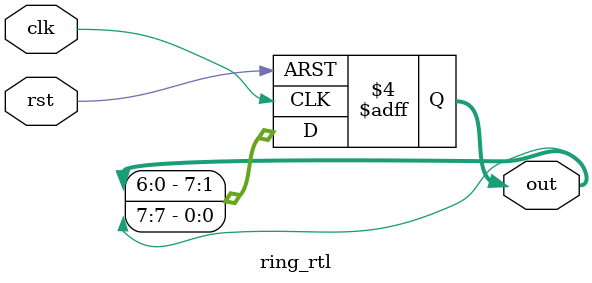
<source format=sv>
module ring_rtl (
    clk,
    rst,
    out
);
  input clk;
  input rst;
  output reg [7:0] out;

  always @(posedge clk or posedge rst) begin
    if (rst == 1) begin
      out <= 8'b1000_0000;
    end else begin
      out    <= out<<1;
      out[0] <= out[7];
    end
  end

endmodule



</source>
